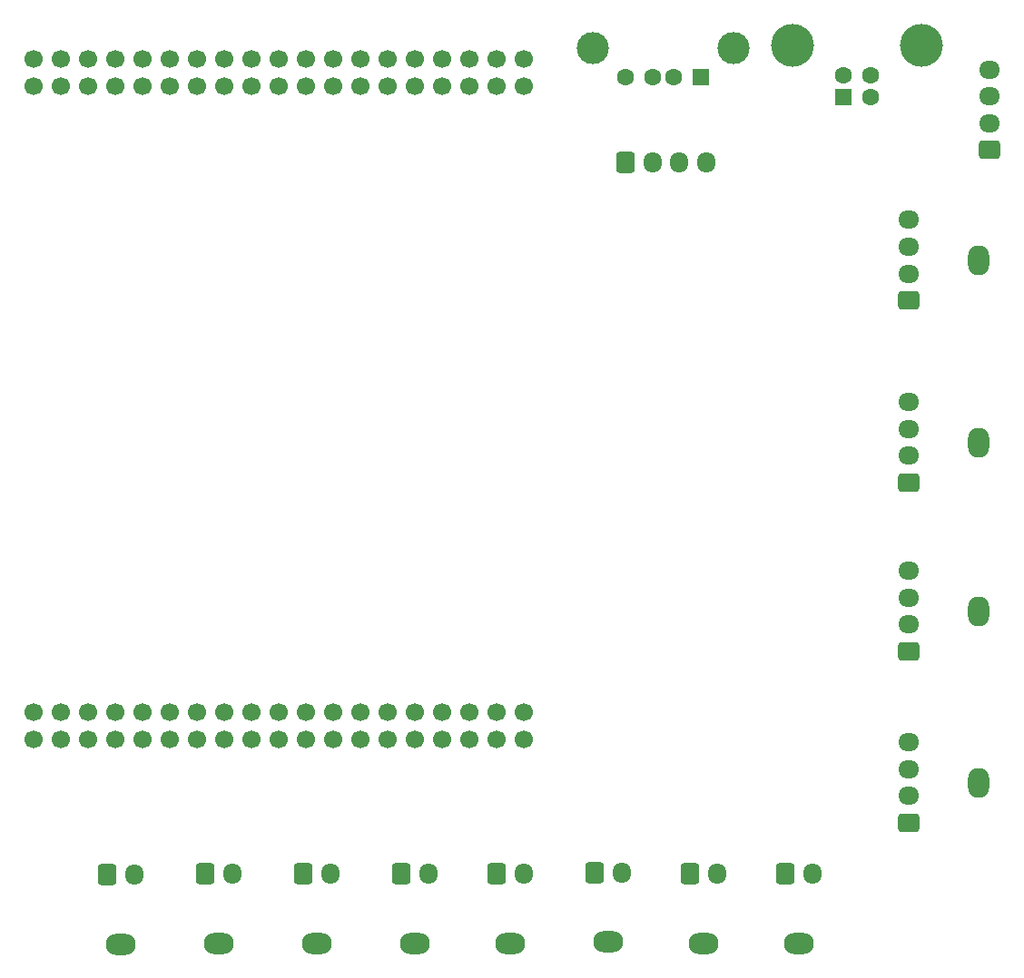
<source format=gbs>
%TF.GenerationSoftware,KiCad,Pcbnew,7.0.2*%
%TF.CreationDate,2024-08-11T10:44:14+09:00*%
%TF.ProjectId,sensor_v3,73656e73-6f72-45f7-9633-2e6b69636164,rev?*%
%TF.SameCoordinates,Original*%
%TF.FileFunction,Soldermask,Bot*%
%TF.FilePolarity,Negative*%
%FSLAX46Y46*%
G04 Gerber Fmt 4.6, Leading zero omitted, Abs format (unit mm)*
G04 Created by KiCad (PCBNEW 7.0.2) date 2024-08-11 10:44:14*
%MOMM*%
%LPD*%
G01*
G04 APERTURE LIST*
G04 Aperture macros list*
%AMRoundRect*
0 Rectangle with rounded corners*
0 $1 Rounding radius*
0 $2 $3 $4 $5 $6 $7 $8 $9 X,Y pos of 4 corners*
0 Add a 4 corners polygon primitive as box body*
4,1,4,$2,$3,$4,$5,$6,$7,$8,$9,$2,$3,0*
0 Add four circle primitives for the rounded corners*
1,1,$1+$1,$2,$3*
1,1,$1+$1,$4,$5*
1,1,$1+$1,$6,$7*
1,1,$1+$1,$8,$9*
0 Add four rect primitives between the rounded corners*
20,1,$1+$1,$2,$3,$4,$5,0*
20,1,$1+$1,$4,$5,$6,$7,0*
20,1,$1+$1,$6,$7,$8,$9,0*
20,1,$1+$1,$8,$9,$2,$3,0*%
G04 Aperture macros list end*
%ADD10O,2.000000X2.800000*%
%ADD11RoundRect,0.250000X0.725000X-0.600000X0.725000X0.600000X-0.725000X0.600000X-0.725000X-0.600000X0*%
%ADD12O,1.950000X1.700000*%
%ADD13O,2.800000X2.000000*%
%ADD14RoundRect,0.250000X-0.600000X-0.725000X0.600000X-0.725000X0.600000X0.725000X-0.600000X0.725000X0*%
%ADD15O,1.700000X1.950000*%
%ADD16R,1.600000X1.500000*%
%ADD17C,1.600000*%
%ADD18C,3.000000*%
%ADD19R,1.600000X1.600000*%
%ADD20C,4.000000*%
%ADD21C,1.700000*%
G04 APERTURE END LIST*
D10*
%TO.C,J5*%
X212852000Y-111760000D03*
D11*
X206352000Y-115510000D03*
D12*
X206352000Y-113010000D03*
X206352000Y-110510000D03*
X206352000Y-108010000D03*
%TD*%
D13*
%TO.C,J9*%
X132842000Y-126827330D03*
D14*
X131592000Y-120327330D03*
D15*
X134092000Y-120327330D03*
%TD*%
D13*
%TO.C,J3*%
X178328000Y-126642000D03*
D14*
X177078000Y-120142000D03*
D15*
X179578000Y-120142000D03*
%TD*%
D16*
%TO.C,J11*%
X186922000Y-45890000D03*
D17*
X184422000Y-45890000D03*
X182422000Y-45890000D03*
X179922000Y-45890000D03*
D18*
X189992000Y-43180000D03*
X176852000Y-43180000D03*
%TD*%
D11*
%TO.C,J14*%
X213868000Y-52712000D03*
D12*
X213868000Y-50212000D03*
X213868000Y-47712000D03*
X213868000Y-45212000D03*
%TD*%
D13*
%TO.C,J2*%
X160274000Y-126790000D03*
D14*
X159024000Y-120290000D03*
D15*
X161524000Y-120290000D03*
%TD*%
D10*
%TO.C,J8*%
X212832000Y-63010000D03*
D11*
X206332000Y-66760000D03*
D12*
X206332000Y-64260000D03*
X206332000Y-61760000D03*
X206332000Y-59260000D03*
%TD*%
D13*
%TO.C,J4*%
X196088000Y-126790000D03*
D14*
X194838000Y-120290000D03*
D15*
X197338000Y-120290000D03*
%TD*%
D19*
%TO.C,J12*%
X200268000Y-47786000D03*
D17*
X202768000Y-47786000D03*
X202768000Y-45786000D03*
X200268000Y-45786000D03*
D20*
X195518000Y-42926000D03*
X207518000Y-42926000D03*
%TD*%
D14*
%TO.C,J13*%
X179952000Y-53848000D03*
D15*
X182452000Y-53848000D03*
X184952000Y-53848000D03*
X187452000Y-53848000D03*
%TD*%
D13*
%TO.C,J15*%
X151130000Y-126790000D03*
D14*
X149880000Y-120290000D03*
D15*
X152380000Y-120290000D03*
%TD*%
D13*
%TO.C,J1*%
X141986000Y-126790000D03*
D14*
X140736000Y-120290000D03*
D15*
X143236000Y-120290000D03*
%TD*%
D13*
%TO.C,J16*%
X169164000Y-126790000D03*
D14*
X167914000Y-120290000D03*
D15*
X170414000Y-120290000D03*
%TD*%
D10*
%TO.C,J6*%
X212852000Y-95760000D03*
D11*
X206352000Y-99510000D03*
D12*
X206352000Y-97010000D03*
X206352000Y-94510000D03*
X206352000Y-92010000D03*
%TD*%
D13*
%TO.C,J17*%
X187198000Y-126790000D03*
D14*
X185948000Y-120290000D03*
D15*
X188448000Y-120290000D03*
%TD*%
D10*
%TO.C,J7*%
X212852000Y-80010000D03*
D11*
X206352000Y-83760000D03*
D12*
X206352000Y-81260000D03*
X206352000Y-78760000D03*
X206352000Y-76260000D03*
%TD*%
D21*
%TO.C,U1*%
X139954000Y-105156000D03*
X132334000Y-107696000D03*
X137414000Y-105156000D03*
X132334000Y-46736000D03*
X129794000Y-107696000D03*
X165354000Y-107696000D03*
X152654000Y-105156000D03*
X132334000Y-44196000D03*
X129794000Y-105156000D03*
X145034000Y-105156000D03*
X142494000Y-105156000D03*
X157734000Y-105156000D03*
X160274000Y-105156000D03*
X167894000Y-46736000D03*
X170434000Y-46736000D03*
X162814000Y-105156000D03*
X137414000Y-46736000D03*
X139954000Y-46736000D03*
X142494000Y-46736000D03*
X152654000Y-46736000D03*
X150114000Y-46736000D03*
X165354000Y-46736000D03*
X139954000Y-44196000D03*
X137414000Y-44196000D03*
X139954000Y-107696000D03*
X142494000Y-107696000D03*
X145034000Y-107696000D03*
X127254000Y-105156000D03*
X160274000Y-107696000D03*
X162814000Y-107696000D03*
X165354000Y-105156000D03*
X152654000Y-44196000D03*
X150114000Y-44196000D03*
X162814000Y-46736000D03*
X157734000Y-46736000D03*
X160274000Y-46736000D03*
X145034000Y-46736000D03*
X150114000Y-107696000D03*
X127254000Y-46736000D03*
X129794000Y-46736000D03*
X155194000Y-46736000D03*
X142494000Y-44196000D03*
X160274000Y-44196000D03*
X157734000Y-44196000D03*
X155194000Y-44196000D03*
X170434000Y-105156000D03*
X167894000Y-105156000D03*
X167894000Y-107696000D03*
X170434000Y-107696000D03*
X165354000Y-44196000D03*
X129794000Y-44196000D03*
X127254000Y-44196000D03*
X147574000Y-46736000D03*
X124714000Y-44196000D03*
X124714000Y-46736000D03*
X124714000Y-107696000D03*
X124714000Y-105156000D03*
X127254000Y-107696000D03*
X152654000Y-107696000D03*
X155194000Y-107696000D03*
X157734000Y-107696000D03*
X147574000Y-107696000D03*
X132334000Y-105156000D03*
X147574000Y-105156000D03*
X150114000Y-105156000D03*
X134874000Y-46736000D03*
X147574000Y-44196000D03*
X162814000Y-44196000D03*
X137414000Y-107696000D03*
X134874000Y-105156000D03*
X134874000Y-107696000D03*
X155194000Y-105156000D03*
X134874000Y-44196000D03*
X145034000Y-44196000D03*
X167894000Y-44196000D03*
X170434000Y-44196000D03*
%TD*%
M02*

</source>
